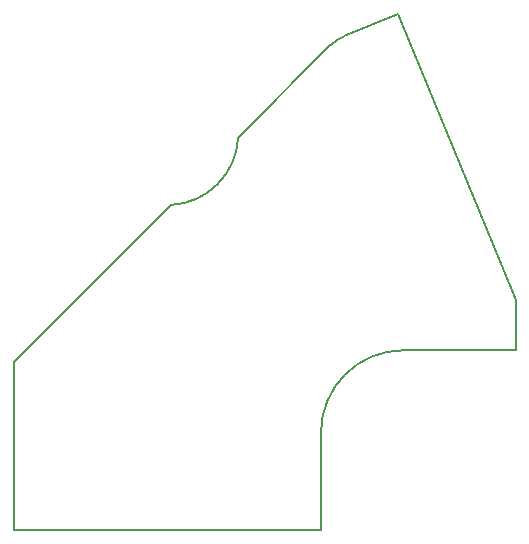
<source format=gbr>
%TF.GenerationSoftware,KiCad,Pcbnew,5.1.6*%
%TF.CreationDate,2020-08-18T09:51:56+02:00*%
%TF.ProjectId,Sample-Bias-Interconnect,53616d70-6c65-42d4-9269-61732d496e74,rev?*%
%TF.SameCoordinates,Original*%
%TF.FileFunction,Profile,NP*%
%FSLAX46Y46*%
G04 Gerber Fmt 4.6, Leading zero omitted, Abs format (unit mm)*
G04 Created by KiCad (PCBNEW 5.1.6) date 2020-08-18 09:51:56*
%MOMM*%
%LPD*%
G01*
G04 APERTURE LIST*
%TA.AperFunction,Profile*%
%ADD10C,0.200000*%
%TD*%
G04 APERTURE END LIST*
D10*
X169070900Y-58824800D02*
X179000000Y-83000000D01*
X136500000Y-88287700D02*
X149794962Y-74992700D01*
X155492750Y-69295000D02*
X163300600Y-61487100D01*
X179000000Y-87290100D02*
X169500000Y-87290100D01*
X179000000Y-83000000D02*
X179000000Y-87290100D01*
X162500000Y-94290100D02*
G75*
G02*
X169500000Y-87290100I7000000J0D01*
G01*
X163300626Y-61487027D02*
G75*
G02*
X164445764Y-60724339I2474874J-2474873D01*
G01*
X136500000Y-102500000D02*
X136500000Y-88287700D01*
X169070900Y-58824800D02*
X164445800Y-60724400D01*
X162500000Y-94290100D02*
X162500000Y-102500000D01*
X162500000Y-102500000D02*
X136500000Y-102500000D01*
X155492746Y-69294963D02*
G75*
G02*
X149794960Y-74992746I-5992746J294963D01*
G01*
M02*

</source>
